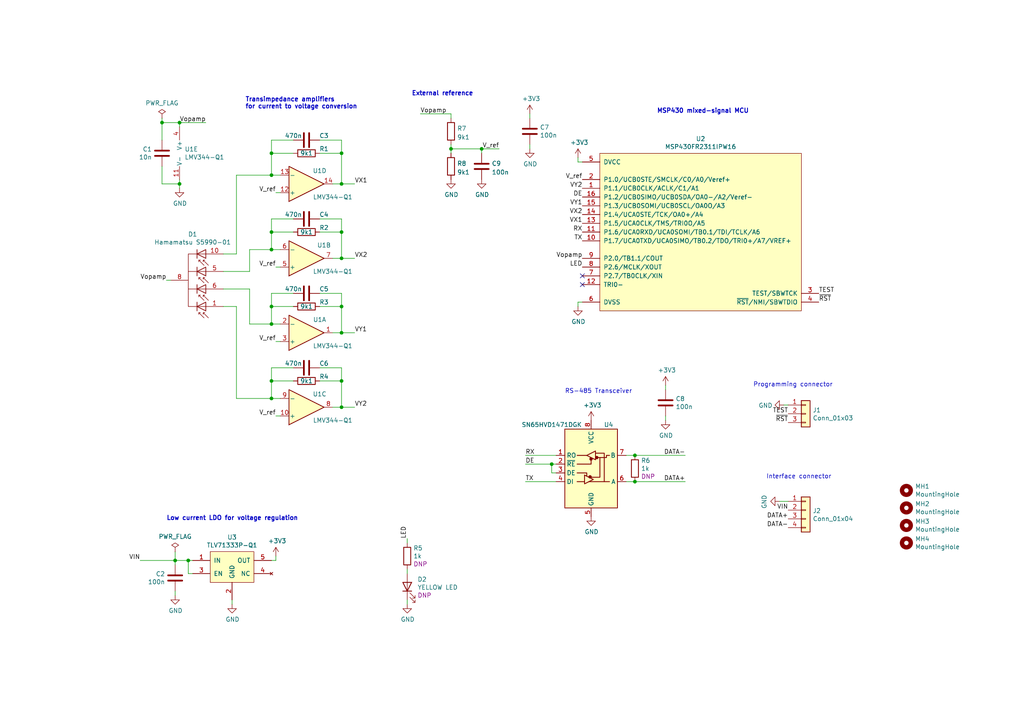
<source format=kicad_sch>
(kicad_sch (version 20211123) (generator eeschema)
  (paper "A4")
  (title_block (title "PSD Sun Sensor") (date "2022-12-08") (rev "v4") (company "Aalto University") (comment 1 "Petri Niemelä"))
  (lib_symbols
    (symbol "Amplifier_Operational:OPA4340UA" (pin_names (offset 0.127))
      (property "Reference" "U" (at 0 5.08 0))
      (property "Value" "OPA4340UA" (at 0 -5.08 0))
      (symbol "OPA4340UA_1_1"
        (polyline (pts (xy -5.08 5.08) (xy 5.08 0) (xy -5.08 -5.08) (xy -5.08 5.08)) (stroke (width 0.254)) (fill (type background)))
        (pin output line (at 7.62 0 180) (length 2.54) (name "~") (number "1"))
        (pin input line (at -7.62 -2.54 0) (length 2.54) (name "-") (number "2"))
        (pin input line (at -7.62 2.54 0) (length 2.54) (name "+") (number "3"))
      )
      (symbol "OPA4340UA_2_1"
        (polyline (pts (xy -5.08 5.08) (xy 5.08 0) (xy -5.08 -5.08) (xy -5.08 5.08)) (stroke (width 0.254)) (fill (type background)))
        (pin input line (at -7.62 2.54 0) (length 2.54) (name "+") (number "5"))
        (pin input line (at -7.62 -2.54 0) (length 2.54) (name "-") (number "6"))
        (pin output line (at 7.62 0 180) (length 2.54) (name "~") (number "7"))
      )
      (symbol "OPA4340UA_3_1"
        (polyline (pts (xy -5.08 5.08) (xy 5.08 0) (xy -5.08 -5.08) (xy -5.08 5.08)) (stroke (width 0.254)) (fill (type background)))
        (pin input line (at -7.62 2.54 0) (length 2.54) (name "+") (number "10"))
        (pin output line (at 7.62 0 180) (length 2.54) (name "~") (number "8"))
        (pin input line (at -7.62 -2.54 0) (length 2.54) (name "-") (number "9"))
      )
      (symbol "OPA4340UA_4_1"
        (polyline (pts (xy -5.08 5.08) (xy 5.08 0) (xy -5.08 -5.08) (xy -5.08 5.08)) (stroke (width 0.254)) (fill (type background)))
        (pin input line (at -7.62 2.54 0) (length 2.54) (name "+") (number "12"))
        (pin input line (at -7.62 -2.54 0) (length 2.54) (name "-") (number "13"))
        (pin output line (at 7.62 0 180) (length 2.54) (name "~") (number "14"))
      )
      (symbol "OPA4340UA_5_1"
        (pin power_in line (at -2.54 -7.62 90) (length 3.81) (name "V-") (number "11"))
        (pin power_in line (at -2.54 7.62 270) (length 3.81) (name "V+") (number "4"))
      )
    )
    (symbol "Connector_Generic:Conn_01x03" (pin_names (offset 1.016) hide)
      (property "Reference" "J" (at 0 5.08 0))
      (property "Value" "Conn_01x03" (at 0 -5.08 0))
      (symbol "Conn_01x03_1_1"
        (rectangle (start -1.27 -2.413) (end 0 -2.667) (stroke (width 0.1524)))
        (rectangle (start -1.27 0.127) (end 0 -0.127) (stroke (width 0.1524)))
        (rectangle (start -1.27 2.667) (end 0 2.413) (stroke (width 0.1524)))
        (rectangle (start -1.27 3.81) (end 1.27 -3.81) (stroke (width 0.254)) (fill (type background)))
        (pin passive line (at -5.08 2.54 0) (length 3.81) (name "Pin_1") (number "1"))
        (pin passive line (at -5.08 0 0) (length 3.81) (name "Pin_2") (number "2"))
        (pin passive line (at -5.08 -2.54 0) (length 3.81) (name "Pin_3") (number "3"))
      )
    )
    (symbol "Connector_Generic:Conn_01x04" (pin_names (offset 1.016) hide)
      (property "Reference" "J" (at 0 5.08 0))
      (property "Value" "Conn_01x04" (at 0 -7.62 0))
      (symbol "Conn_01x04_1_1"
        (rectangle (start -1.27 -4.953) (end 0 -5.207) (stroke (width 0.1524)))
        (rectangle (start -1.27 -2.413) (end 0 -2.667) (stroke (width 0.1524)))
        (rectangle (start -1.27 0.127) (end 0 -0.127) (stroke (width 0.1524)))
        (rectangle (start -1.27 2.667) (end 0 2.413) (stroke (width 0.1524)))
        (rectangle (start -1.27 3.81) (end 1.27 -6.35) (stroke (width 0.254)) (fill (type background)))
        (pin passive line (at -5.08 2.54 0) (length 3.81) (name "Pin_1") (number "1"))
        (pin passive line (at -5.08 0 0) (length 3.81) (name "Pin_2") (number "2"))
        (pin passive line (at -5.08 -2.54 0) (length 3.81) (name "Pin_3") (number "3"))
        (pin passive line (at -5.08 -5.08 0) (length 3.81) (name "Pin_4") (number "4"))
      )
    )
    (symbol "Device:C" (pin_numbers hide) (pin_names (offset 0.254))
      (property "Reference" "C" (at 0.635 2.54 0))
      (property "Value" "C" (at 0.635 -2.54 0))
      (symbol "C_0_1"
        (polyline (pts (xy -2.032 -0.762) (xy 2.032 -0.762)) (stroke (width 0.508)))
        (polyline (pts (xy -2.032 0.762) (xy 2.032 0.762)) (stroke (width 0.508)))
      )
      (symbol "C_1_1"
        (pin passive line (at 0 3.81 270) (length 2.794) (name "~") (number "1"))
        (pin passive line (at 0 -3.81 90) (length 2.794) (name "~") (number "2"))
      )
    )
    (symbol "Device:LED" (pin_numbers hide) (pin_names (offset 1.016) hide)
      (property "Reference" "D" (at 0 2.54 0))
      (property "Value" "LED" (at 0 -2.54 0))
      (symbol "LED_0_1"
        (polyline (pts (xy -1.27 -1.27) (xy -1.27 1.27)) (stroke (width 0.254)))
        (polyline (pts (xy -1.27 0) (xy 1.27 0)))
        (polyline (pts (xy 1.27 -1.27) (xy 1.27 1.27) (xy -1.27 0) (xy 1.27 -1.27)) (stroke (width 0.254)))
        (polyline (pts (xy -3.048 -0.762) (xy -4.572 -2.286) (xy -3.81 -2.286) (xy -4.572 -2.286) (xy -4.572 -1.524)))
        (polyline (pts (xy -1.778 -0.762) (xy -3.302 -2.286) (xy -2.54 -2.286) (xy -3.302 -2.286) (xy -3.302 -1.524)))
      )
      (symbol "LED_1_1"
        (pin passive line (at -3.81 0 0) (length 2.54) (name "K") (number "1"))
        (pin passive line (at 3.81 0 180) (length 2.54) (name "A") (number "2"))
      )
    )
    (symbol "Device:R" (pin_numbers hide) (pin_names (offset 0))
      (property "Reference" "R" (at 2.032 0 90))
      (property "Value" "R" (at 0 0 90))
      (symbol "R_0_1"
        (rectangle (start -1.016 -2.54) (end 1.016 2.54) (stroke (width 0.254)))
      )
      (symbol "R_1_1"
        (pin passive line (at 0 3.81 270) (length 1.27) (name "~") (number "1"))
        (pin passive line (at 0 -3.81 90) (length 1.27) (name "~") (number "2"))
      )
    )
    (symbol "Interface_UART:MAX3486"
      (property "Reference" "U" (at -6.096 11.43 0))
      (property "Value" "MAX3486" (at 0.762 11.43 0))
      (symbol "MAX3486_0_1"
        (rectangle (start -7.62 10.16) (end 7.62 -12.7) (stroke (width 0.254)) (fill (type background)))
        (circle (center -0.3048 -3.683) (radius 0.3556) (stroke (width 0.254)) (fill (type outline)))
        (circle (center -0.0254 1.4986) (radius 0.3556) (stroke (width 0.254)) (fill (type outline)))
        (polyline (pts (xy -4.064 -5.08) (xy -1.905 -5.08)) (stroke (width 0.254)))
        (polyline (pts (xy -4.064 2.54) (xy -1.27 2.54)) (stroke (width 0.254)))
        (polyline (pts (xy -1.27 -3.2004) (xy -1.27 -3.4544)) (stroke (width 0.254)))
        (polyline (pts (xy -0.635 -5.08) (xy 5.334 -5.08)) (stroke (width 0.254)))
        (polyline (pts (xy -4.064 -2.54) (xy -1.27 -2.54) (xy -1.27 -3.175)) (stroke (width 0.254)))
        (polyline (pts (xy 0 1.27) (xy 0 0) (xy -4.064 0)) (stroke (width 0.254)))
        (polyline (pts (xy 1.27 3.175) (xy 3.81 3.175) (xy 3.81 -5.08)) (stroke (width 0.254)))
        (polyline (pts (xy 2.54 1.905) (xy 2.54 -3.81) (xy 0 -3.81)) (stroke (width 0.254)))
        (polyline (pts (xy -1.905 -3.175) (xy -1.905 -5.715) (xy 0.635 -4.445) (xy -1.905 -3.175)) (stroke (width 0.254)))
        (polyline (pts (xy -1.27 2.54) (xy 1.27 3.81) (xy 1.27 1.27) (xy -1.27 2.54)) (stroke (width 0.254)))
        (polyline (pts (xy 1.905 1.905) (xy 4.445 1.905) (xy 4.445 2.54) (xy 5.334 2.54)) (stroke (width 0.254)))
        (rectangle (start 1.27 3.175) (end 1.27 3.175))
        (circle (center 1.651 1.905) (radius 0.3556) (stroke (width 0.254)) (fill (type outline)))
      )
      (symbol "MAX3486_1_1"
        (pin output line (at -10.16 2.54 0) (length 2.54) (name "RO") (number "1"))
        (pin input line (at -10.16 0 0) (length 2.54) (name "~{RE}") (number "2"))
        (pin input line (at -10.16 -2.54 0) (length 2.54) (name "DE") (number "3"))
        (pin input line (at -10.16 -5.08 0) (length 2.54) (name "DI") (number "4"))
        (pin power_in line (at 0 -15.24 90) (length 2.54) (name "GND") (number "5"))
        (pin bidirectional line (at 10.16 -5.08 180) (length 2.54) (name "A") (number "6"))
        (pin bidirectional line (at 10.16 2.54 180) (length 2.54) (name "B") (number "7"))
        (pin power_in line (at 0 12.7 270) (length 2.54) (name "VCC") (number "8"))
      )
    )
    (symbol "Mechanical:MountingHole" (pin_names (offset 1.016))
      (property "Reference" "H" (at 0 5.08 0))
      (property "Value" "MountingHole" (at 0 3.175 0))
      (symbol "MountingHole_0_1"
        (circle (center 0 0) (radius 1.27) (stroke (width 1.27)))
      )
    )
    (symbol "Sun_Sensor:MSP430FR2311IPW16" (pin_names (offset 1.016))
      (property "Reference" "U" (at -27.94 -16.51 0))
      (property "Value" "MSP430FR2311IPW16" (at 0 31.75 0))
      (symbol "MSP430FR2311IPW16_0_1"
        (rectangle (start -29.21 30.48) (end 29.21 -15.24) (fill (type background)))
      )
      (symbol "MSP430FR2311IPW16_1_1"
        (pin bidirectional line (at -34.29 20.32 0) (length 5.08) (name "P1.1/UCB0CLK/ACLK/C1/A1") (number "1"))
        (pin bidirectional line (at -34.29 5.08 0) (length 5.08) (name "P1.7/UCA0TXD/UCA0SIMO/TB0.2/TDO/TRI0+/A7/VREF+") (number "10"))
        (pin bidirectional line (at -34.29 7.62 0) (length 5.08) (name "P1.6/UCA0RXD/UCA0SOMI/TB0.1/TDI/TCLK/A6") (number "11"))
        (pin input line (at -34.29 -7.62 0) (length 5.08) (name "TRI0-") (number "12"))
        (pin bidirectional line (at -34.29 10.16 0) (length 5.08) (name "P1.5/UCA0CLK/TMS/TRI0O/A5") (number "13"))
        (pin bidirectional line (at -34.29 12.7 0) (length 5.08) (name "P1.4/UCA0STE/TCK/OA0+/A4") (number "14"))
        (pin bidirectional line (at -34.29 15.24 0) (length 5.08) (name "P1.3/UCB0SOMI/UCB0SCL/OA0O/A3") (number "15"))
        (pin bidirectional line (at -34.29 17.78 0) (length 5.08) (name "P1.2/UCB0SIMO/UCB0SDA/OA0-/A2/Veref-") (number "16"))
        (pin bidirectional line (at -34.29 22.86 0) (length 5.08) (name "P1.0/UCB0STE/SMCLK/C0/A0/Veref+") (number "2"))
        (pin bidirectional line (at 34.29 -10.16 180) (length 5.08) (name "TEST/SBWTCK") (number "3"))
        (pin bidirectional line (at 34.29 -12.7 180) (length 5.08) (name "~{RST}/NMI/SBWTDIO") (number "4"))
        (pin power_in line (at -34.29 27.94 0) (length 5.08) (name "DVCC") (number "5"))
        (pin power_in line (at -34.29 -12.7 0) (length 5.08) (name "DVSS") (number "6"))
        (pin bidirectional line (at -34.29 -5.08 0) (length 5.08) (name "P2.7/TB0CLK/XIN") (number "7"))
        (pin bidirectional line (at -34.29 -2.54 0) (length 5.08) (name "P2.6/MCLK/XOUT") (number "8"))
        (pin bidirectional line (at -34.29 0 0) (length 5.08) (name "P2.0/TB1.1/COUT") (number "9"))
      )
    )
    (symbol "Sun_Sensor:S5990-01" (pin_names (offset 1.016) hide)
      (property "Reference" "D" (at 0 -10.16 0))
      (property "Value" "S5990-01" (at 8.89 -10.16 0))
      (symbol "S5990-01_0_0"
        (polyline (pts (xy 1.27 -2.54) (xy 3.81 -2.54)))
        (polyline (pts (xy 1.27 2.54) (xy 3.81 2.54)))
        (polyline (pts (xy 1.27 7.62) (xy 3.81 7.62) (xy 3.81 0) (xy 3.81 -7.62) (xy 1.27 -7.62)))
      )
      (symbol "S5990-01_1_1"
        (polyline (pts (xy -1.27 -7.62) (xy 1.27 -7.62)))
        (polyline (pts (xy -1.27 -2.54) (xy 1.27 -2.54)))
        (polyline (pts (xy -1.27 2.54) (xy 1.27 2.54)))
        (polyline (pts (xy -1.27 7.62) (xy 1.27 7.62)))
        (polyline (pts (xy 0.762 -5.842) (xy 0.254 -5.842)))
        (polyline (pts (xy 0.762 -0.762) (xy 0.254 -0.762)))
        (polyline (pts (xy 0.762 4.318) (xy 0.254 4.318)))
        (polyline (pts (xy 0.762 9.398) (xy 0.254 9.398)))
        (polyline (pts (xy 1.27 -8.89) (xy 1.27 -6.35)) (stroke (width 0.2032)))
        (polyline (pts (xy 1.27 -3.81) (xy 1.27 -1.27)) (stroke (width 0.2032)))
        (polyline (pts (xy 1.27 1.27) (xy 1.27 3.81)) (stroke (width 0.2032)))
        (polyline (pts (xy 1.27 6.35) (xy 1.27 8.89)) (stroke (width 0.2032)))
        (polyline (pts (xy -0.762 -4.318) (xy 0.762 -5.842) (xy 0.762 -5.334)))
        (polyline (pts (xy -0.762 0.762) (xy 0.762 -0.762) (xy 0.762 -0.254)))
        (polyline (pts (xy -0.762 5.842) (xy 0.762 4.318) (xy 0.762 4.826)))
        (polyline (pts (xy -0.762 10.922) (xy 0.762 9.398) (xy 0.762 9.906)))
        (polyline (pts (xy -1.27 -6.35) (xy -1.27 -8.89) (xy 1.27 -7.62) (xy -1.27 -6.35)) (stroke (width 0.2032)))
        (polyline (pts (xy -1.27 -1.27) (xy -1.27 -3.81) (xy 1.27 -2.54) (xy -1.27 -1.27)) (stroke (width 0.2032)))
        (polyline (pts (xy -1.27 3.81) (xy -1.27 1.27) (xy 1.27 2.54) (xy -1.27 3.81)) (stroke (width 0.2032)))
        (polyline (pts (xy -1.27 8.89) (xy -1.27 6.35) (xy 1.27 7.62) (xy -1.27 8.89)) (stroke (width 0.2032)))
        (polyline (pts (xy -2.032 -4.318) (xy -0.508 -5.842) (xy -0.508 -5.334) (xy -0.508 -5.842) (xy -1.016 -5.842)))
        (polyline (pts (xy -2.032 0.762) (xy -0.508 -0.762) (xy -0.508 -0.254) (xy -0.508 -0.762) (xy -1.016 -0.762)))
        (polyline (pts (xy -2.032 5.842) (xy -0.508 4.318) (xy -0.508 4.826) (xy -0.508 4.318) (xy -1.016 4.318)))
        (polyline (pts (xy -2.032 10.922) (xy -0.508 9.398) (xy -0.508 9.906) (xy -0.508 9.398) (xy -1.016 9.398)))
        (pin passive line (at -6.35 7.62 0) (length 5.08) (name "Anode_X1") (number "1"))
        (pin passive line (at -6.35 -7.62 0) (length 5.08) (name "Anode_Y2") (number "10"))
        (pin no_connect line (at 11.43 7.62 180) (length 5.08) hide (name "NC") (number "2"))
        (pin no_connect line (at 11.43 5.08 180) (length 5.08) hide (name "NC") (number "3"))
        (pin no_connect line (at 11.43 2.54 180) (length 5.08) hide (name "NC") (number "4"))
        (pin passive line (at -6.35 -2.54 0) (length 5.08) (name "Anode_Y1") (number "5"))
        (pin passive line (at -6.35 2.54 0) (length 5.08) (name "Anode_X2") (number "6"))
        (pin no_connect line (at 11.43 -2.54 180) (length 5.08) hide (name "NC") (number "7"))
        (pin passive line (at 8.89 0 180) (length 5.08) (name "Cathode") (number "8"))
        (pin no_connect line (at 11.43 -5.08 180) (length 5.08) hide (name "NC") (number "9"))
      )
    )
    (symbol "Sun_Sensor:TLV733P-Q1" (pin_names (offset 1.016))
      (property "Reference" "U" (at -5.08 -7.62 0))
      (property "Value" "TLV733P-Q1" (at 0 5.08 0))
      (symbol "TLV733P-Q1_0_1"
        (rectangle (start -6.35 3.81) (end 6.35 -5.08) (fill (type background)))
      )
      (symbol "TLV733P-Q1_1_1"
        (pin power_in line (at -11.43 1.27 0) (length 5.08) (name "IN") (number "1"))
        (pin power_in line (at 0 -10.16 90) (length 5.08) (name "GND") (number "2"))
        (pin input line (at -11.43 -2.54 0) (length 5.08) (name "EN") (number "3"))
        (pin no_connect line (at 11.43 -2.54 180) (length 5.08) (name "NC") (number "4"))
        (pin power_out line (at 11.43 1.27 180) (length 5.08) (name "OUT") (number "5"))
      )
    )
    (symbol "power:+3V3" (power) (pin_names (offset 0))
      (property "Value" "+3V3" (at 0 3.556 0))
      (symbol "+3V3_0_1"
        (polyline (pts (xy -0.762 1.27) (xy 0 2.54)))
        (polyline (pts (xy 0 0) (xy 0 2.54)))
        (polyline (pts (xy 0 2.54) (xy 0.762 1.27)))
      )
      (symbol "+3V3_1_1"
        (pin power_in line (at 0 0 90) (length 0) hide (name "+3V3") (number "1"))
      )
    )
    (symbol "power:GND" (power) (pin_names (offset 0))
      (property "Value" "GND" (at 0 -3.81 0))
      (symbol "GND_0_1"
        (polyline (pts (xy 0 0) (xy 0 -1.27) (xy 1.27 -1.27) (xy 0 -2.54) (xy -1.27 -1.27) (xy 0 -1.27)))
      )
      (symbol "GND_1_1"
        (pin power_in line (at 0 0 270) (length 0) hide (name "GND") (number "1"))
      )
    )
    (symbol "power:PWR_FLAG" (power) (pin_numbers hide) (pin_names (offset 0) hide)
      (property "Value" "PWR_FLAG" (at 0 3.81 0))
      (symbol "PWR_FLAG_0_0"
        (pin power_out line (at 0 0 90) (length 0) (name "pwr") (number "1"))
      )
      (symbol "PWR_FLAG_0_1"
        (polyline (pts (xy 0 0) (xy 0 1.27) (xy -1.016 1.905) (xy 0 2.54) (xy 1.016 1.905) (xy 0 1.27)))
      )
    )
  )
  (junction (at 99.06 67.31))
  (junction (at 78.74 50.8))
  (junction (at 99.06 53.34))
  (junction (at 99.06 88.9))
  (junction (at 99.06 44.45))
  (junction (at 99.06 110.49))
  (junction (at 78.74 115.57))
  (junction (at 99.06 96.52))
  (junction (at 78.74 93.98))
  (junction (at 139.7 43.18))
  (junction (at 184.15 139.7))
  (junction (at 50.8 162.56))
  (junction (at 130.81 43.18))
  (junction (at 54.61 162.56))
  (junction (at 52.07 53.34))
  (junction (at 160.02 134.62))
  (junction (at 184.15 132.08))
  (junction (at 78.74 88.9))
  (junction (at 52.07 35.56))
  (junction (at 99.06 74.93))
  (junction (at 78.74 110.49))
  (junction (at 99.06 118.11))
  (junction (at 78.74 67.31))
  (junction (at 78.74 44.45))
  (junction (at 78.74 72.39))
  (junction (at 46.99 35.56))
  (no_connect (at 168.91 82.55))
  (no_connect (at 168.91 80.01))
  (wire (pts (xy 139.7 43.18) (xy 139.7 44.45)))
  (wire (pts (xy 46.99 40.64) (xy 46.99 35.56)))
  (wire (pts (xy 78.74 67.31) (xy 78.74 63.5)))
  (wire (pts (xy 118.11 157.48) (xy 118.11 156.21)))
  (wire (pts (xy 81.28 93.98) (xy 78.74 93.98)))
  (wire (pts (xy 55.88 166.37) (xy 54.61 166.37)))
  (wire (pts (xy 52.07 52.07) (xy 52.07 53.34)))
  (wire (pts (xy 130.81 41.91) (xy 130.81 43.18)))
  (wire (pts (xy 46.99 34.29) (xy 46.99 35.56)))
  (wire (pts (xy 85.09 67.31) (xy 78.74 67.31)))
  (wire (pts (xy 130.81 43.18) (xy 139.7 43.18)))
  (wire (pts (xy 46.99 48.26) (xy 46.99 53.34)))
  (wire (pts (xy 72.39 93.98) (xy 78.74 93.98)))
  (wire (pts (xy 167.64 87.63) (xy 168.91 87.63)))
  (wire (pts (xy 78.74 106.68) (xy 85.09 106.68)))
  (wire (pts (xy 96.52 118.11) (xy 99.06 118.11)))
  (wire (pts (xy 78.74 44.45) (xy 78.74 50.8)))
  (wire (pts (xy 99.06 74.93) (xy 99.06 67.31)))
  (wire (pts (xy 99.06 53.34) (xy 99.06 44.45)))
  (wire (pts (xy 68.58 73.66) (xy 68.58 50.8)))
  (wire (pts (xy 78.74 50.8) (xy 81.28 50.8)))
  (wire (pts (xy 68.58 115.57) (xy 68.58 88.9)))
  (wire (pts (xy 92.71 110.49) (xy 99.06 110.49)))
  (wire (pts (xy 50.8 160.02) (xy 50.8 162.56)))
  (wire (pts (xy 96.52 53.34) (xy 99.06 53.34)))
  (wire (pts (xy 161.29 137.16) (xy 160.02 137.16)))
  (wire (pts (xy 99.06 96.52) (xy 99.06 88.9)))
  (wire (pts (xy 78.74 85.09) (xy 85.09 85.09)))
  (wire (pts (xy 85.09 110.49) (xy 78.74 110.49)))
  (wire (pts (xy 80.01 99.06) (xy 81.28 99.06)))
  (wire (pts (xy 85.09 88.9) (xy 78.74 88.9)))
  (wire (pts (xy 153.67 33.02) (xy 153.67 34.29)))
  (wire (pts (xy 72.39 72.39) (xy 78.74 72.39)))
  (wire (pts (xy 80.01 120.65) (xy 81.28 120.65)))
  (wire (pts (xy 85.09 44.45) (xy 78.74 44.45)))
  (wire (pts (xy 52.07 35.56) (xy 52.07 36.83)))
  (wire (pts (xy 161.29 132.08) (xy 152.4 132.08)))
  (wire (pts (xy 92.71 67.31) (xy 99.06 67.31)))
  (wire (pts (xy 130.81 33.02) (xy 130.81 34.29)))
  (wire (pts (xy 181.61 132.08) (xy 184.15 132.08)))
  (wire (pts (xy 167.64 46.99) (xy 168.91 46.99)))
  (wire (pts (xy 152.4 139.7) (xy 161.29 139.7)))
  (wire (pts (xy 193.04 111.76) (xy 193.04 113.03)))
  (wire (pts (xy 54.61 162.56) (xy 55.88 162.56)))
  (wire (pts (xy 227.33 117.475) (xy 228.6 117.475)))
  (wire (pts (xy 184.15 139.7) (xy 181.61 139.7)))
  (wire (pts (xy 68.58 88.9) (xy 64.77 88.9)))
  (wire (pts (xy 130.81 44.45) (xy 130.81 43.18)))
  (wire (pts (xy 78.74 44.45) (xy 78.74 40.64)))
  (wire (pts (xy 99.06 44.45) (xy 92.71 44.45)))
  (wire (pts (xy 78.74 72.39) (xy 78.74 67.31)))
  (wire (pts (xy 40.64 162.56) (xy 50.8 162.56)))
  (wire (pts (xy 153.67 43.18) (xy 153.67 41.91)))
  (wire (pts (xy 198.755 139.7) (xy 184.15 139.7)))
  (wire (pts (xy 68.58 50.8) (xy 78.74 50.8)))
  (wire (pts (xy 139.7 43.18) (xy 144.78 43.18)))
  (wire (pts (xy 81.28 72.39) (xy 78.74 72.39)))
  (wire (pts (xy 64.77 83.82) (xy 72.39 83.82)))
  (wire (pts (xy 99.06 118.11) (xy 102.87 118.11)))
  (wire (pts (xy 160.02 134.62) (xy 161.29 134.62)))
  (wire (pts (xy 50.8 162.56) (xy 54.61 162.56)))
  (wire (pts (xy 152.4 134.62) (xy 160.02 134.62)))
  (wire (pts (xy 99.06 85.09) (xy 92.71 85.09)))
  (wire (pts (xy 167.64 88.9) (xy 167.64 87.63)))
  (wire (pts (xy 99.06 110.49) (xy 99.06 106.68)))
  (wire (pts (xy 99.06 40.64) (xy 99.06 44.45)))
  (wire (pts (xy 99.06 88.9) (xy 99.06 85.09)))
  (wire (pts (xy 72.39 83.82) (xy 72.39 93.98)))
  (wire (pts (xy 167.64 45.72) (xy 167.64 46.99)))
  (wire (pts (xy 78.74 115.57) (xy 78.74 110.49)))
  (wire (pts (xy 78.74 40.64) (xy 85.09 40.64)))
  (wire (pts (xy 67.31 175.26) (xy 67.31 173.99)))
  (wire (pts (xy 46.99 53.34) (xy 52.07 53.34)))
  (wire (pts (xy 64.77 73.66) (xy 68.58 73.66)))
  (wire (pts (xy 99.06 63.5) (xy 92.71 63.5)))
  (wire (pts (xy 99.06 67.31) (xy 99.06 63.5)))
  (wire (pts (xy 99.06 53.34) (xy 102.87 53.34)))
  (wire (pts (xy 59.69 35.56) (xy 52.07 35.56)))
  (wire (pts (xy 68.58 115.57) (xy 78.74 115.57)))
  (wire (pts (xy 78.74 63.5) (xy 85.09 63.5)))
  (wire (pts (xy 81.28 115.57) (xy 78.74 115.57)))
  (wire (pts (xy 72.39 78.74) (xy 72.39 72.39)))
  (wire (pts (xy 121.92 33.02) (xy 130.81 33.02)))
  (wire (pts (xy 226.06 145.415) (xy 228.6 145.415)))
  (wire (pts (xy 96.52 74.93) (xy 99.06 74.93)))
  (wire (pts (xy 99.06 96.52) (xy 102.87 96.52)))
  (wire (pts (xy 46.99 35.56) (xy 52.07 35.56)))
  (wire (pts (xy 99.06 74.93) (xy 102.87 74.93)))
  (wire (pts (xy 54.61 166.37) (xy 54.61 162.56)))
  (wire (pts (xy 50.8 172.72) (xy 50.8 171.45)))
  (wire (pts (xy 78.74 110.49) (xy 78.74 106.68)))
  (wire (pts (xy 78.74 93.98) (xy 78.74 88.9)))
  (wire (pts (xy 78.74 162.56) (xy 80.01 162.56)))
  (wire (pts (xy 118.11 173.99) (xy 118.11 175.26)))
  (wire (pts (xy 99.06 106.68) (xy 92.71 106.68)))
  (wire (pts (xy 78.74 88.9) (xy 78.74 85.09)))
  (wire (pts (xy 160.02 137.16) (xy 160.02 134.62)))
  (wire (pts (xy 80.01 55.88) (xy 81.28 55.88)))
  (wire (pts (xy 193.04 121.92) (xy 193.04 120.65)))
  (wire (pts (xy 92.71 40.64) (xy 99.06 40.64)))
  (wire (pts (xy 184.15 132.08) (xy 198.755 132.08)))
  (wire (pts (xy 99.06 118.11) (xy 99.06 110.49)))
  (wire (pts (xy 96.52 96.52) (xy 99.06 96.52)))
  (wire (pts (xy 48.26 81.28) (xy 49.53 81.28)))
  (wire (pts (xy 92.71 88.9) (xy 99.06 88.9)))
  (wire (pts (xy 80.01 77.47) (xy 81.28 77.47)))
  (wire (pts (xy 52.07 53.34) (xy 52.07 54.61)))
  (wire (pts (xy 50.8 163.83) (xy 50.8 162.56)))
  (wire (pts (xy 64.77 78.74) (xy 72.39 78.74)))
  (wire (pts (xy 118.11 166.37) (xy 118.11 165.1)))
  (wire (pts (xy 80.01 162.56) (xy 80.01 161.29)))
  (text "RS-485 Transceiver" (at 163.83 114.3 0) (effects (font (size 1.27 1.27)) (justify left bottom)))
  (text "Transimpedance amplifiers\nfor current to voltage conversion" (at 71.12 31.75 0) (effects (font (size 1.27 1.27) (thickness 0.254) bold) (justify left bottom)))
  (text "External reference" (at 119.38 27.94 0) (effects (font (size 1.27 1.27) (thickness 0.254) bold) (justify left bottom)))
  (text "Low current LDO for voltage regulation" (at 48.26 151.13 0) (effects (font (size 1.27 1.27) (thickness 0.254) bold) (justify left bottom)))
  (text "Programming connector" (at 218.44 112.395 0) (effects (font (size 1.27 1.27)) (justify left bottom)))
  (text "MSP430 mixed-signal MCU" (at 190.5 33.02 0) (effects (font (size 1.27 1.27) (thickness 0.254) bold) (justify left bottom)))
  (text "Interface connector" (at 222.25 139.065 0) (effects (font (size 1.27 1.27)) (justify left bottom)))
  (label "TX" (at 152.4 139.7 0))
  (label "VX1" (at 102.87 53.34 0))
  (label "LED" (at 118.11 156.21 90))
  (label "VIN" (at 40.64 162.56 180))
  (label "TEST" (at 237.49 85.09 0))
  (label "Vopamp" (at 48.26 81.28 180))
  (label "DATA-" (at 228.6 153.035 180))
  (label "RX" (at 168.91 67.31 180))
  (label "Vopamp" (at 168.91 74.93 180))
  (label "~{RST}" (at 237.49 87.63 0))
  (label "VX1" (at 168.91 64.77 180))
  (label "V_ref" (at 80.01 55.88 180))
  (label "LED" (at 168.91 77.47 180))
  (label "VIN" (at 228.6 147.955 180))
  (label "DATA-" (at 198.755 132.08 180))
  (label "V_ref" (at 168.91 52.07 180))
  (label "VY1" (at 102.87 96.52 0))
  (label "DATA+" (at 228.6 150.495 180))
  (label "~{RST}" (at 228.6 122.555 180))
  (label "DATA+" (at 198.755 139.7 180))
  (label "VX2" (at 102.87 74.93 0))
  (label "V_ref" (at 80.01 77.47 180))
  (label "VX2" (at 168.91 62.23 180))
  (label "TX" (at 168.91 69.85 180))
  (label "TEST" (at 228.6 120.015 180))
  (label "DE" (at 168.91 57.15 180))
  (label "V_ref" (at 80.01 120.65 180))
  (label "VY2" (at 168.91 54.61 180))
  (label "V_ref" (at 144.78 43.18 180))
  (label "Vopamp" (at 121.92 33.02 0))
  (label "Vopamp" (at 59.69 35.56 180))
  (label "V_ref" (at 80.01 99.06 180))
  (label "RX" (at 152.4 132.08 0))
  (label "VY2" (at 102.87 118.11 0))
  (label "VY1" (at 168.91 59.69 180))
  (label "DE" (at 152.4 134.62 0))
  (symbol (lib_id "Amplifier_Operational:OPA4340UA") (at 88.9 96.52 0) (mirror x) (unit 1)
    (property "Reference" "U1" (at 92.71 92.71 0))
    (property "Value" "LMV344-Q1" (at 96.52 100.33 0))
    (property "Footprint" "Package_SO:TSSOP-14_4.4x5mm_P0.65mm" (effects hide))
    (property "Mouser" "595-LMV344IPWRQ1" (effects hide))
  )
  (symbol (lib_id "Amplifier_Operational:OPA4340UA") (at 88.9 74.93 0) (mirror x) (unit 2)
    (property "Reference" "U1" (at 93.98 71.12 0))
    (property "Value" "LMV344-Q1" (at 96.52 78.74 0))
    (property "Footprint" "Package_SO:TSSOP-14_4.4x5mm_P0.65mm" (effects hide))
  )
  (symbol (lib_id "Amplifier_Operational:OPA4340UA") (at 88.9 118.11 0) (mirror x) (unit 3)
    (property "Reference" "U1" (at 92.71 114.3 0))
    (property "Value" "LMV344-Q1" (at 96.52 121.92 0))
    (property "Footprint" "Package_SO:TSSOP-14_4.4x5mm_P0.65mm" (effects hide))
  )
  (symbol (lib_id "Amplifier_Operational:OPA4340UA") (at 88.9 53.34 0) (mirror x) (unit 4)
    (property "Reference" "U1" (at 92.71 49.53 0))
    (property "Value" "LMV344-Q1" (at 96.52 57.15 0))
    (property "Footprint" "Package_SO:TSSOP-14_4.4x5mm_P0.65mm" (effects hide))
  )
  (symbol (lib_id "Amplifier_Operational:OPA4340UA") (at 54.61 44.45 0) (unit 5)
    (property "Reference" "U1" (at 53.5432 43.2816 0) (effects (justify left)))
    (property "Value" "LMV344-Q1" (at 53.5432 45.593 0) (effects (justify left)))
    (property "Footprint" "Package_SO:TSSOP-14_4.4x5mm_P0.65mm" (effects hide))
  )
  (symbol (lib_id "Sun_Sensor:S5990-01") (at 58.42 81.28 180) (unit 1)
    (property "Reference" "D1" (at 55.88 67.945 0))
    (property "Value" "Hamamatsu S5990-01" (at 55.88 70.2564 0))
    (property "Footprint" "Foresail:Hamatsu_S5980" (effects hide))
  )
  (symbol (lib_id "Device:R") (at 88.9 44.45 270) (unit 1)
    (property "Reference" "R1" (at 93.98 43.18 90))
    (property "Value" "9k1" (at 88.9 44.45 90))
    (property "Footprint" "Resistor_SMD:R_0402_1005Metric" (effects hide))
  )
  (symbol (lib_id "Device:C") (at 88.9 40.64 270) (unit 1)
    (property "Reference" "C3" (at 93.98 39.37 90))
    (property "Value" "470n" (at 85.09 39.37 90))
    (property "Footprint" "Capacitor_SMD:C_0402_1005Metric" (effects hide))
  )
  (symbol (lib_id "power:GND") (at 52.07 54.61 0) (unit 1)
    (property "Reference" "#PWR02" (effects hide))
    (property "Value" "GND" (at 52.197 59.0042 0))
  )
  (symbol (lib_id "Device:C") (at 88.9 63.5 270) (unit 1)
    (property "Reference" "C4" (at 93.98 62.23 90))
    (property "Value" "470n" (at 85.09 62.23 90))
    (property "Footprint" "Capacitor_SMD:C_0402_1005Metric" (effects hide))
  )
  (symbol (lib_id "Device:R") (at 88.9 67.31 270) (unit 1)
    (property "Reference" "R2" (at 93.98 66.04 90))
    (property "Value" "9k1" (at 88.9 67.31 90))
    (property "Footprint" "Resistor_SMD:R_0402_1005Metric" (effects hide))
  )
  (symbol (lib_id "Device:R") (at 88.9 88.9 270) (unit 1)
    (property "Reference" "R3" (at 93.98 87.63 90))
    (property "Value" "9k1" (at 88.9 88.9 90))
    (property "Footprint" "Resistor_SMD:R_0402_1005Metric" (effects hide))
  )
  (symbol (lib_id "Device:C") (at 88.9 85.09 270) (unit 1)
    (property "Reference" "C5" (at 93.98 83.82 90))
    (property "Value" "470n" (at 85.09 83.82 90))
    (property "Footprint" "Capacitor_SMD:C_0402_1005Metric" (effects hide))
  )
  (symbol (lib_id "Device:R") (at 88.9 110.49 270) (unit 1)
    (property "Reference" "R4" (at 93.98 109.22 90))
    (property "Value" "9k1" (at 88.9 110.49 90))
    (property "Footprint" "Resistor_SMD:R_0402_1005Metric" (effects hide))
  )
  (symbol (lib_id "Device:C") (at 88.9 106.68 270) (unit 1)
    (property "Reference" "C6" (at 93.98 105.41 90))
    (property "Value" "470n" (at 85.09 105.41 90))
    (property "Footprint" "Capacitor_SMD:C_0402_1005Metric" (effects hide))
  )
  (symbol (lib_id "Connector_Generic:Conn_01x03") (at 233.68 120.015 0) (unit 1)
    (property "Reference" "J1" (at 235.712 118.9482 0) (effects (justify left)))
    (property "Value" "Conn_01x03" (at 235.712 121.2596 0) (effects (justify left)))
    (property "Footprint" "Connector_PinHeader_1.27mm:PinHeader_1x03_P1.27mm_Vertical" (effects hide))
  )
  (symbol (lib_id "power:GND") (at 227.33 117.475 270) (unit 1)
    (property "Reference" "#PWR012" (effects hide))
    (property "Value" "GND" (at 224.0788 117.602 90) (effects (justify right)))
  )
  (symbol (lib_id "Device:C") (at 153.67 38.1 180) (unit 1)
    (property "Reference" "C7" (at 156.591 36.9316 0) (effects (justify right)))
    (property "Value" "100n" (at 156.591 39.243 0) (effects (justify right)))
    (property "Footprint" "Capacitor_SMD:C_0402_1005Metric" (effects hide))
  )
  (symbol (lib_id "power:GND") (at 153.67 43.18 0) (unit 1)
    (property "Reference" "#PWR09" (effects hide))
    (property "Value" "GND" (at 153.797 47.5742 0))
  )
  (symbol (lib_id "power:+3V3") (at 153.67 33.02 0) (unit 1)
    (property "Reference" "#PWR08" (effects hide))
    (property "Value" "+3V3" (at 154.051 28.6258 0))
  )
  (symbol (lib_id "power:GND") (at 226.06 145.415 270) (unit 1)
    (property "Reference" "#PWR014" (effects hide))
    (property "Value" "GND" (at 221.6658 145.542 0))
  )
  (symbol (lib_id "Sun_Sensor:MSP430FR2311IPW16") (at 203.2 74.93 0) (unit 1)
    (property "Reference" "U2" (at 203.2 40.259 0))
    (property "Value" "MSP430FR2311IPW16" (at 203.2 42.5704 0))
    (property "Footprint" "Package_SO:TSSOP-16_4.4x5mm_P0.65mm" (effects hide))
    (property "Datasheet" "http://www.ti.com/lit/ds/symlink/msp430fr2311.pdf" (effects hide))
    (property "Mouser" "595-P430FR2311IPW16R" (effects hide))
  )
  (symbol (lib_id "Device:C") (at 46.99 44.45 180) (unit 1)
    (property "Reference" "C1" (at 44.069 43.2816 0) (effects (justify left)))
    (property "Value" "10n" (at 44.069 45.593 0) (effects (justify left)))
    (property "Footprint" "Capacitor_SMD:C_0402_1005Metric" (effects hide))
  )
  (symbol (lib_id "Connector_Generic:Conn_01x04") (at 233.68 147.955 0) (unit 1)
    (property "Reference" "J2" (at 235.712 148.1582 0) (effects (justify left)))
    (property "Value" "Conn_01x04" (at 235.712 150.4696 0) (effects (justify left)))
    (property "Footprint" "Connector_PinHeader_1.27mm:PinHeader_1x04_P1.27mm_Horizontal" (effects hide))
  )
  (symbol (lib_id "power:+3V3") (at 167.64 45.72 0) (unit 1)
    (property "Reference" "#PWR0101" (effects hide))
    (property "Value" "+3V3" (at 168.021 41.3258 0))
  )
  (symbol (lib_id "power:GND") (at 167.64 88.9 0) (unit 1)
    (property "Reference" "#PWR0102" (effects hide))
    (property "Value" "GND" (at 167.767 93.2942 0))
  )
  (symbol (lib_id "Sun_Sensor:TLV733P-Q1") (at 67.31 163.83 0) (unit 1)
    (property "Reference" "U3" (at 67.31 155.829 0))
    (property "Value" "TLV71333P-Q1" (at 67.31 158.1404 0))
    (property "Footprint" "Package_TO_SOT_SMD:SOT-23-5" (effects hide))
    (property "Datasheet" "http://www.ti.com/lit/ds/symlink/tlv713p-q1.pdf" (effects hide))
    (property "Mouser" "595-TLV71333PQDBVRQ1" (effects hide))
  )
  (symbol (lib_id "power:+3V3") (at 80.01 161.29 0) (unit 1)
    (property "Reference" "#PWR0103" (effects hide))
    (property "Value" "+3V3" (at 80.391 156.8958 0))
  )
  (symbol (lib_id "power:GND") (at 67.31 175.26 0) (unit 1)
    (property "Reference" "#PWR0104" (effects hide))
    (property "Value" "GND" (at 67.437 179.6542 0))
  )
  (symbol (lib_id "Device:C") (at 50.8 167.64 180) (unit 1)
    (property "Reference" "C2" (at 47.879 166.4716 0) (effects (justify left)))
    (property "Value" "100n" (at 47.879 168.783 0) (effects (justify left)))
    (property "Footprint" "Capacitor_SMD:C_0402_1005Metric" (effects hide))
  )
  (symbol (lib_id "power:GND") (at 50.8 172.72 0) (unit 1)
    (property "Reference" "#PWR0105" (effects hide))
    (property "Value" "GND" (at 50.927 177.1142 0))
  )
  (symbol (lib_id "Device:LED") (at 118.11 170.18 90) (unit 1)
    (property "Reference" "D2" (at 121.0818 168.0464 90) (effects (justify right)))
    (property "Value" "YELLOW LED" (at 121.0818 170.3578 90) (effects (justify right)))
    (property "Footprint" "LED_SMD:LED_0402_1005Metric" (effects hide))
    (property "DNP" "DNP" (at 121.0818 172.6692 90) (effects (justify right)))
  )
  (symbol (lib_id "Device:R") (at 118.11 161.29 0) (unit 1)
    (property "Reference" "R5" (at 119.888 158.9786 0) (effects (justify left)))
    (property "Value" "1k" (at 119.888 161.29 0) (effects (justify left)))
    (property "Footprint" "Resistor_SMD:R_0402_1005Metric" (effects hide))
    (property "DNP" "DNP" (at 119.888 163.6014 0) (effects (justify left)))
  )
  (symbol (lib_id "power:GND") (at 118.11 175.26 0) (unit 1)
    (property "Reference" "#PWR0106" (effects hide))
    (property "Value" "GND" (at 118.237 179.6542 0))
  )
  (symbol (lib_id "Mechanical:MountingHole") (at 262.89 142.24 0) (unit 1)
    (property "Reference" "MH1" (at 265.43 141.0716 0) (effects (justify left)))
    (property "Value" "MountingHole" (at 265.43 143.383 0) (effects (justify left)))
    (property "Footprint" "MountingHole:MountingHole_2.2mm_M2" (effects hide))
  )
  (symbol (lib_id "Mechanical:MountingHole") (at 262.89 147.32 0) (unit 1)
    (property "Reference" "MH2" (at 265.43 146.1516 0) (effects (justify left)))
    (property "Value" "MountingHole" (at 265.43 148.463 0) (effects (justify left)))
    (property "Footprint" "MountingHole:MountingHole_2.2mm_M2" (effects hide))
  )
  (symbol (lib_id "Mechanical:MountingHole") (at 262.89 152.4 0) (unit 1)
    (property "Reference" "MH3" (at 265.43 151.2316 0) (effects (justify left)))
    (property "Value" "MountingHole" (at 265.43 153.543 0) (effects (justify left)))
    (property "Footprint" "MountingHole:MountingHole_2.2mm_M2" (effects hide))
  )
  (symbol (lib_id "Mechanical:MountingHole") (at 262.89 157.48 0) (unit 1)
    (property "Reference" "MH4" (at 265.43 156.3116 0) (effects (justify left)))
    (property "Value" "MountingHole" (at 265.43 158.623 0) (effects (justify left)))
    (property "Footprint" "MountingHole:MountingHole_2.2mm_M2" (effects hide))
  )
  (symbol (lib_id "power:GND") (at 171.45 149.86 0) (unit 1)
    (property "Reference" "#PWR0107" (effects hide))
    (property "Value" "GND" (at 171.577 154.2542 0))
  )
  (symbol (lib_id "power:+3V3") (at 171.45 121.92 0) (unit 1)
    (property "Reference" "#PWR0108" (effects hide))
    (property "Value" "+3V3" (at 171.831 117.5258 0))
  )
  (symbol (lib_id "power:PWR_FLAG") (at 46.99 34.29 0) (unit 1)
    (property "Reference" "#FLG0101" (effects hide))
    (property "Value" "PWR_FLAG" (at 46.99 29.8958 0))
  )
  (symbol (lib_id "power:PWR_FLAG") (at 50.8 160.02 0) (unit 1)
    (property "Reference" "#FLG0102" (effects hide))
    (property "Value" "PWR_FLAG" (at 50.8 155.6258 0))
  )
  (symbol (lib_id "Interface_UART:MAX3486") (at 171.45 134.62 0) (unit 1)
    (property "Reference" "U4" (at 176.53 123.19 0))
    (property "Value" "SN65HVD1471DGK" (at 160.02 123.19 0))
    (property "Footprint" "Package_SO:VSSOP-8_2.4x2.1mm_P0.5mm" (effects hide))
    (property "Datasheet" "https://www.ti.com/lit/ds/symlink/sn65hvd1477.pdf" (effects hide))
  )
  (symbol (lib_id "Device:R") (at 184.15 135.89 0) (unit 1)
    (property "Reference" "R6" (at 185.928 133.5786 0) (effects (justify left)))
    (property "Value" "1k" (at 185.928 135.89 0) (effects (justify left)))
    (property "Footprint" "Resistor_SMD:R_0603_1608Metric" (effects hide))
    (property "DNP" "DNP" (at 185.928 138.2014 0) (effects (justify left)))
  )
  (symbol (lib_id "power:GND") (at 139.7 52.07 0) (unit 1)
    (property "Reference" "#PWR0109" (effects hide))
    (property "Value" "GND" (at 139.827 56.4642 0))
  )
  (symbol (lib_id "power:GND") (at 130.81 52.07 0) (unit 1)
    (property "Reference" "#PWR0110" (effects hide))
    (property "Value" "GND" (at 130.937 56.4642 0))
  )
  (symbol (lib_id "power:+3V3") (at 193.04 111.76 0) (unit 1)
    (property "Reference" "#PWR0111" (effects hide))
    (property "Value" "+3V3" (at 193.421 107.3658 0))
  )
  (symbol (lib_id "Device:C") (at 139.7 48.26 180) (unit 1)
    (property "Reference" "C9" (at 142.621 47.4253 0) (effects (justify right)))
    (property "Value" "100n" (at 142.621 49.9622 0) (effects (justify right)))
    (property "Footprint" "Capacitor_SMD:C_0402_1005Metric" (effects hide))
  )
  (symbol (lib_id "Device:R") (at 130.81 38.1 0) (unit 1)
    (property "Reference" "R7" (at 132.588 37.2653 0) (effects (justify left)))
    (property "Value" "9k1" (at 132.588 39.8022 0) (effects (justify left)))
    (property "Footprint" "Resistor_SMD:R_0402_1005Metric" (effects hide))
  )
  (symbol (lib_id "power:GND") (at 193.04 121.92 0) (unit 1)
    (property "Reference" "#PWR0112" (effects hide))
    (property "Value" "GND" (at 193.167 126.3142 0))
  )
  (symbol (lib_id "Device:C") (at 193.04 116.84 180) (unit 1)
    (property "Reference" "C8" (at 195.961 115.6716 0) (effects (justify right)))
    (property "Value" "100n" (at 195.961 117.983 0) (effects (justify right)))
    (property "Footprint" "Capacitor_SMD:C_0402_1005Metric" (effects hide))
  )
  (symbol (lib_id "Device:R") (at 130.81 48.26 0) (unit 1)
    (property "Reference" "R8" (at 132.588 47.4253 0) (effects (justify left)))
    (property "Value" "9k1" (at 132.588 49.9622 0) (effects (justify left)))
    (property "Footprint" "Resistor_SMD:R_0402_1005Metric" (effects hide))
  )
)
</source>
